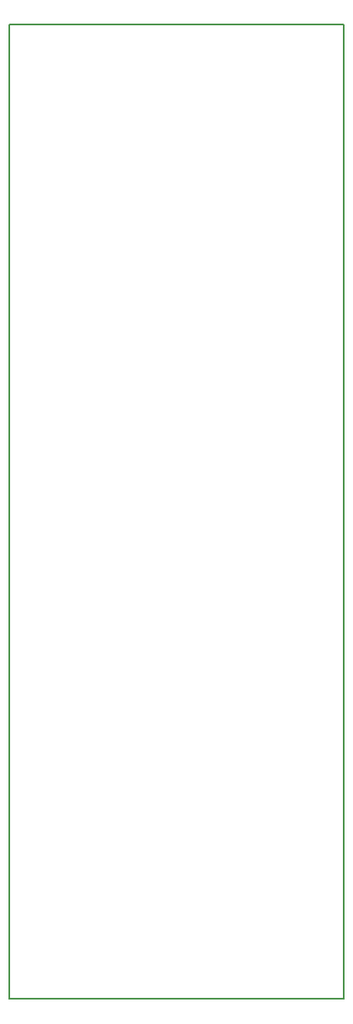
<source format=gm1>
G04 #@! TF.GenerationSoftware,KiCad,Pcbnew,(5.0.0-rc2-dev-40-gfef1ba999)*
G04 #@! TF.CreationDate,2018-03-01T23:08:40+01:00*
G04 #@! TF.ProjectId,HAN_ESP_TSS721,48414E5F4553505F5453533732312E6B,rev?*
G04 #@! TF.SameCoordinates,Original*
G04 #@! TF.FileFunction,Profile,NP*
%FSLAX46Y46*%
G04 Gerber Fmt 4.6, Leading zero omitted, Abs format (unit mm)*
G04 Created by KiCad (PCBNEW (5.0.0-rc2-dev-40-gfef1ba999)) date 03/01/18 23:08:40*
%MOMM*%
%LPD*%
G01*
G04 APERTURE LIST*
%ADD10C,0.150000*%
G04 APERTURE END LIST*
D10*
X65405000Y-165735000D02*
X64770000Y-165735000D01*
X65405000Y-67945000D02*
X65405000Y-165735000D01*
X31750000Y-67945000D02*
X65405000Y-67945000D01*
X31750000Y-165735000D02*
X31750000Y-67945000D01*
X64770000Y-165735000D02*
X31750000Y-165735000D01*
M02*

</source>
